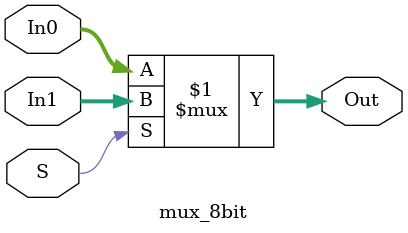
<source format=v>
module mux_8bit(Out, In0, In1, S);

output [7:0] Out;
input  [7:0] In0, In1;
input  S;

assign Out = (S) ? In1:In0 ;

endmodule
</source>
